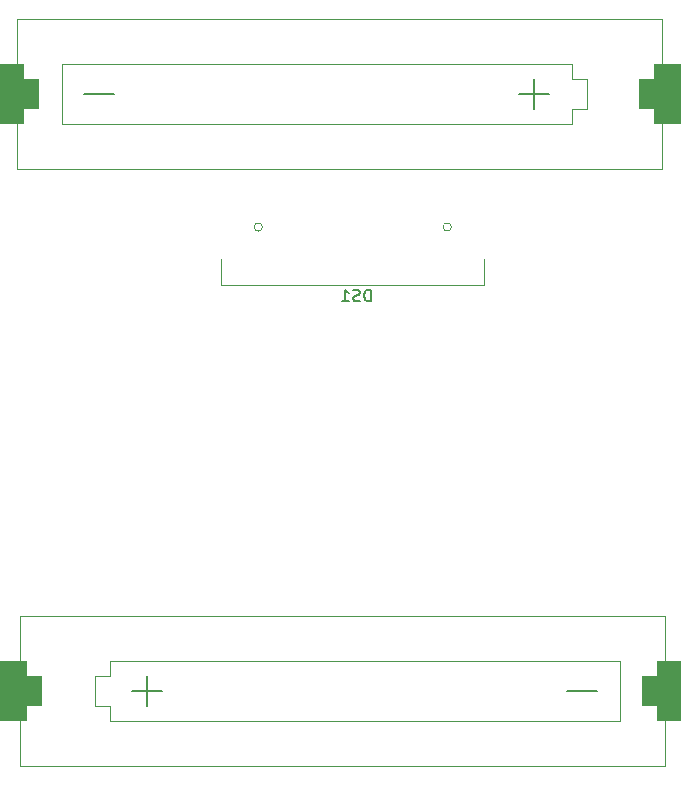
<source format=gbo>
G04 #@! TF.GenerationSoftware,KiCad,Pcbnew,6.0.11*
G04 #@! TF.CreationDate,2023-02-08T13:55:15+01:00*
G04 #@! TF.ProjectId,pullup_counter_schematic,70756c6c-7570-45f6-936f-756e7465725f,1*
G04 #@! TF.SameCoordinates,Original*
G04 #@! TF.FileFunction,Legend,Bot*
G04 #@! TF.FilePolarity,Positive*
%FSLAX46Y46*%
G04 Gerber Fmt 4.6, Leading zero omitted, Abs format (unit mm)*
G04 Created by KiCad (PCBNEW 6.0.11) date 2023-02-08 13:55:15*
%MOMM*%
%LPD*%
G01*
G04 APERTURE LIST*
G04 Aperture macros list*
%AMRoundRect*
0 Rectangle with rounded corners*
0 $1 Rounding radius*
0 $2 $3 $4 $5 $6 $7 $8 $9 X,Y pos of 4 corners*
0 Add a 4 corners polygon primitive as box body*
4,1,4,$2,$3,$4,$5,$6,$7,$8,$9,$2,$3,0*
0 Add four circle primitives for the rounded corners*
1,1,$1+$1,$2,$3*
1,1,$1+$1,$4,$5*
1,1,$1+$1,$6,$7*
1,1,$1+$1,$8,$9*
0 Add four rect primitives between the rounded corners*
20,1,$1+$1,$2,$3,$4,$5,0*
20,1,$1+$1,$4,$5,$6,$7,0*
20,1,$1+$1,$6,$7,$8,$9,0*
20,1,$1+$1,$8,$9,$2,$3,0*%
G04 Aperture macros list end*
%ADD10C,0.150000*%
%ADD11C,0.120000*%
%ADD12C,0.100000*%
%ADD13C,0.203200*%
%ADD14O,0.950000X1.250000*%
%ADD15O,1.550000X0.890000*%
%ADD16RoundRect,0.250000X0.600000X-0.600000X0.600000X0.600000X-0.600000X0.600000X-0.600000X-0.600000X0*%
%ADD17C,1.700000*%
%ADD18C,3.200000*%
%ADD19C,1.500000*%
%ADD20R,1.700000X1.700000*%
%ADD21R,0.400000X2.000000*%
%ADD22C,2.000000*%
%ADD23C,1.524000*%
%ADD24RoundRect,1.270000X-2.540000X-1.270000X2.540000X-1.270000X2.540000X1.270000X-2.540000X1.270000X0*%
%ADD25RoundRect,1.270000X2.540000X1.270000X-2.540000X1.270000X-2.540000X-1.270000X2.540000X-1.270000X0*%
G04 APERTURE END LIST*
D10*
X142564285Y-60052380D02*
X142564285Y-59052380D01*
X142326190Y-59052380D01*
X142183333Y-59100000D01*
X142088095Y-59195238D01*
X142040476Y-59290476D01*
X141992857Y-59480952D01*
X141992857Y-59623809D01*
X142040476Y-59814285D01*
X142088095Y-59909523D01*
X142183333Y-60004761D01*
X142326190Y-60052380D01*
X142564285Y-60052380D01*
X141611904Y-60004761D02*
X141469047Y-60052380D01*
X141230952Y-60052380D01*
X141135714Y-60004761D01*
X141088095Y-59957142D01*
X141040476Y-59861904D01*
X141040476Y-59766666D01*
X141088095Y-59671428D01*
X141135714Y-59623809D01*
X141230952Y-59576190D01*
X141421428Y-59528571D01*
X141516666Y-59480952D01*
X141564285Y-59433333D01*
X141611904Y-59338095D01*
X141611904Y-59242857D01*
X141564285Y-59147619D01*
X141516666Y-59100000D01*
X141421428Y-59052380D01*
X141183333Y-59052380D01*
X141040476Y-59100000D01*
X140088095Y-60052380D02*
X140659523Y-60052380D01*
X140373809Y-60052380D02*
X140373809Y-59052380D01*
X140469047Y-59195238D01*
X140564285Y-59290476D01*
X140659523Y-59338095D01*
D11*
X129850000Y-58650000D02*
X129850000Y-56500000D01*
X152150000Y-56500000D02*
X152150000Y-58650000D01*
X152150000Y-58650000D02*
X129850000Y-58650000D01*
D12*
X133350000Y-53750000D02*
G75*
G03*
X133350000Y-53750000I-350000J0D01*
G01*
X149350000Y-53750000D02*
G75*
G03*
X149350000Y-53750000I-350000J0D01*
G01*
D11*
X112810000Y-93000000D02*
X112810000Y-99350000D01*
X167420000Y-86650000D02*
X112810000Y-86650000D01*
X163610000Y-90460000D02*
X120430000Y-90460000D01*
X112810000Y-99350000D02*
X167420000Y-99350000D01*
X112810000Y-86650000D02*
X112810000Y-93000000D01*
X163610000Y-95540000D02*
X120430000Y-95540000D01*
X119160000Y-91730000D02*
X119160000Y-94270000D01*
X120430000Y-91730000D02*
X119160000Y-91730000D01*
X120430000Y-94270000D02*
X119160000Y-94270000D01*
D13*
X123605000Y-94270000D02*
X123605000Y-91730000D01*
D11*
X163610000Y-95540000D02*
X163610000Y-90460000D01*
D13*
X122335000Y-93000000D02*
X124875000Y-93000000D01*
X161705000Y-93000000D02*
X159165000Y-93000000D01*
D11*
X120430000Y-90460000D02*
X120430000Y-91730000D01*
X120430000Y-95540000D02*
X120430000Y-94270000D01*
X167420000Y-99350000D02*
X167420000Y-86650000D01*
X112580000Y-36150000D02*
X112580000Y-48850000D01*
X116390000Y-45040000D02*
X159570000Y-45040000D01*
X116390000Y-39960000D02*
X159570000Y-39960000D01*
X159570000Y-43770000D02*
X160840000Y-43770000D01*
X160840000Y-43770000D02*
X160840000Y-41230000D01*
X159570000Y-39960000D02*
X159570000Y-41230000D01*
D13*
X157665000Y-42500000D02*
X155125000Y-42500000D01*
X156395000Y-41230000D02*
X156395000Y-43770000D01*
D11*
X159570000Y-41230000D02*
X160840000Y-41230000D01*
X167190000Y-42500000D02*
X167190000Y-36150000D01*
X116390000Y-39960000D02*
X116390000Y-45040000D01*
X167190000Y-48850000D02*
X167190000Y-42500000D01*
X159570000Y-45040000D02*
X159570000Y-43770000D01*
D13*
X118295000Y-42500000D02*
X120835000Y-42500000D01*
D11*
X167190000Y-36150000D02*
X112580000Y-36150000D01*
X112580000Y-48850000D02*
X167190000Y-48850000D01*
%LPC*%
D14*
X105150000Y-64700000D03*
D15*
X102450000Y-63700000D03*
D14*
X105150000Y-69700000D03*
D15*
X102450000Y-70700000D03*
D16*
X107000000Y-57340000D03*
D17*
X107000000Y-54800000D03*
X109540000Y-57340000D03*
X109540000Y-54800000D03*
X112080000Y-57340000D03*
X112080000Y-54800000D03*
D18*
X100000000Y-92500000D03*
X182000000Y-92500000D03*
X100000000Y-42500000D03*
X182000000Y-42500000D03*
D19*
X171520000Y-59600000D03*
X176400000Y-59600000D03*
D20*
X120800000Y-97800000D03*
X112900000Y-82200000D03*
D21*
X151150000Y-57500000D03*
X150450000Y-57500000D03*
X149750000Y-57500000D03*
X149050000Y-57500000D03*
X148350000Y-57500000D03*
X147650000Y-57500000D03*
X146950000Y-57500000D03*
X146250000Y-57500000D03*
X145550000Y-57500000D03*
X144850000Y-57500000D03*
X144150000Y-57500000D03*
X143450000Y-57500000D03*
X142750000Y-57500000D03*
X142050000Y-57500000D03*
X141350000Y-57500000D03*
X140650000Y-57500000D03*
X139950000Y-57500000D03*
X139250000Y-57500000D03*
X138550000Y-57500000D03*
X137850000Y-57500000D03*
X137150000Y-57500000D03*
X136450000Y-57500000D03*
X135750000Y-57500000D03*
X135050000Y-57500000D03*
X134350000Y-57500000D03*
X133650000Y-57500000D03*
X132950000Y-57500000D03*
X132250000Y-57500000D03*
X131550000Y-57500000D03*
X130850000Y-57500000D03*
D22*
X172000000Y-84400000D03*
X152000000Y-84400000D03*
D23*
X177040000Y-63640000D03*
X177040000Y-76340000D03*
X171960000Y-76340000D03*
X171960000Y-63640000D03*
D19*
X159200000Y-59600000D03*
X164080000Y-59600000D03*
D24*
X110905000Y-93000000D03*
X169325000Y-93000000D03*
D25*
X169095000Y-42500000D03*
X110675000Y-42500000D03*
M02*

</source>
